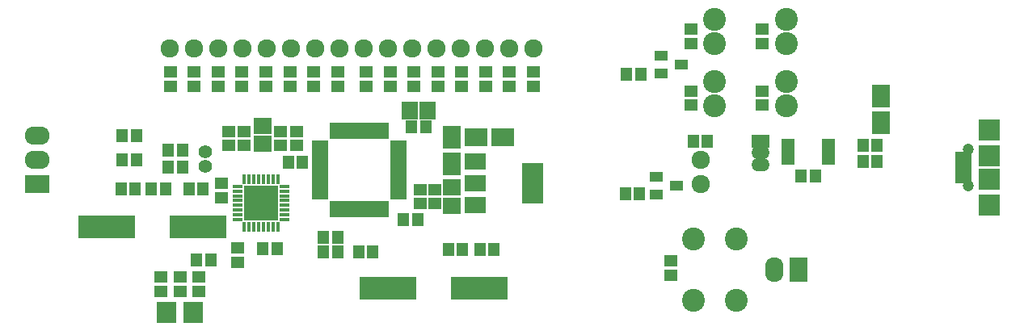
<source format=gbr>
%TF.GenerationSoftware,KiCad,Pcbnew,0.201511041201+6297~30~ubuntu15.04.1-product*%
%TF.CreationDate,2015-11-12T00:09:16+01:00*%
%TF.ProjectId,gp8-clock,6770382D636C6F636B2E6B696361645F,rev?*%
%TF.FileFunction,Soldermask,Bot*%
%FSLAX46Y46*%
G04 Gerber Fmt 4.6, Leading zero omitted, Abs format (unit mm)*
G04 Created by KiCad (PCBNEW 0.201511041201+6297~30~ubuntu15.04.1-product) date czw, 12 lis 2015, 00:09:16*
%MOMM*%
G01*
G04 APERTURE LIST*
%ADD10C,0.100000*%
%ADD11R,1.299160X1.400760*%
%ADD12R,1.898600X1.700480*%
%ADD13R,1.400760X1.299160*%
%ADD14R,1.700480X1.898600*%
%ADD15R,1.901140X2.350720*%
%ADD16R,2.350720X1.901140*%
%ADD17C,2.398980*%
%ADD18R,1.898600X1.349960*%
%ADD19O,1.898600X1.349960*%
%ADD20R,1.400760X0.999440*%
%ADD21R,2.000200X2.203400*%
%ADD22R,2.599640X1.924000*%
%ADD23O,2.599640X1.924000*%
%ADD24R,0.699720X1.700480*%
%ADD25R,1.700480X0.699720*%
%ADD26R,2.297380X2.297380*%
%ADD27R,1.748740X0.798780*%
%ADD28R,1.746200X0.798780*%
%ADD29C,1.197560*%
%ADD30R,1.400000X0.650000*%
%ADD31R,2.200860X1.700480*%
%ADD32R,2.200860X4.199840*%
%ADD33R,0.416560X0.985520*%
%ADD34R,0.985520X0.416560*%
%ADD35R,1.861820X1.861820*%
%ADD36R,5.899100X2.398980*%
%ADD37C,1.924000*%
%ADD38C,1.400760*%
%ADD39R,1.924000X2.599640*%
%ADD40O,1.924000X2.599640*%
G04 APERTURE END LIST*
D10*
D11*
X114289840Y-99187000D03*
X112786160Y-99187000D03*
X133868160Y-111379000D03*
X135371840Y-111379000D03*
X139054840Y-111379000D03*
X137551160Y-111379000D03*
X150251160Y-111125000D03*
X151754840Y-111125000D03*
X133868160Y-109855000D03*
X135371840Y-109855000D03*
D12*
X127508000Y-98107500D03*
X127508000Y-100012500D03*
D13*
X129413000Y-98689160D03*
X129413000Y-100192840D03*
X131064000Y-98689160D03*
X131064000Y-100192840D03*
X144018000Y-106288840D03*
X144018000Y-104785160D03*
X145542000Y-106288840D03*
X145542000Y-104785160D03*
D12*
X147320000Y-106489500D03*
X147320000Y-104584500D03*
D13*
X170307000Y-112278160D03*
X170307000Y-113781840D03*
D11*
X143102160Y-98211000D03*
X144605840Y-98211000D03*
D14*
X142901500Y-96520000D03*
X144806500Y-96520000D03*
D15*
X192278000Y-95018860D03*
X192278000Y-97767140D03*
D16*
X152631140Y-99314000D03*
X149882860Y-99314000D03*
D15*
X147320000Y-99336860D03*
X147320000Y-102085140D03*
D11*
X119115840Y-102489000D03*
X117612160Y-102489000D03*
X119115840Y-100711000D03*
X117612160Y-100711000D03*
D13*
X123952000Y-100192840D03*
X123952000Y-98689160D03*
X125603000Y-100192840D03*
X125603000Y-98689160D03*
D11*
X143753840Y-107950000D03*
X142250160Y-107950000D03*
X121274840Y-104775000D03*
X119771160Y-104775000D03*
X112659160Y-104775000D03*
X114162840Y-104775000D03*
X117337840Y-104775000D03*
X115834160Y-104775000D03*
X130185160Y-101981000D03*
X131688840Y-101981000D03*
X129021840Y-110998000D03*
X127518160Y-110998000D03*
D13*
X118854000Y-115462840D03*
X118854000Y-113959160D03*
X116854000Y-113959160D03*
X116854000Y-115462840D03*
D17*
X174854000Y-93441000D03*
X174854000Y-95981000D03*
X182354000Y-93441000D03*
X182354000Y-95981000D03*
X174854000Y-86941000D03*
X174854000Y-89481000D03*
X182354000Y-86941000D03*
X182354000Y-89481000D03*
D11*
X120602160Y-112211000D03*
X122105840Y-112211000D03*
D13*
X120854000Y-113959160D03*
X120854000Y-115462840D03*
X124854000Y-110959160D03*
X124854000Y-112462840D03*
D18*
X179705000Y-99715320D03*
D19*
X179705000Y-100965000D03*
X179705000Y-102214680D03*
D20*
X168742360Y-105346500D03*
X170855640Y-104394000D03*
X168742360Y-103441500D03*
X169297360Y-92663500D03*
X171410640Y-91711000D03*
X169297360Y-90758500D03*
D13*
X117854000Y-93962840D03*
X117854000Y-92459160D03*
X120354000Y-93962840D03*
X120354000Y-92459160D03*
D11*
X165491160Y-105283000D03*
X166994840Y-105283000D03*
D13*
X122854000Y-93962840D03*
X122854000Y-92459160D03*
X125354000Y-93962840D03*
X125354000Y-92459160D03*
X127854000Y-93962840D03*
X127854000Y-92459160D03*
X130354000Y-93962840D03*
X130354000Y-92459160D03*
X132854000Y-93962840D03*
X132854000Y-92459160D03*
D11*
X174105840Y-99711000D03*
X172602160Y-99711000D03*
D13*
X135354000Y-93962840D03*
X135354000Y-92459160D03*
X138354000Y-93962840D03*
X138354000Y-92459160D03*
X140854000Y-93962840D03*
X140854000Y-92459160D03*
D11*
X114289840Y-101727000D03*
X112786160Y-101727000D03*
D13*
X143354000Y-93962840D03*
X143354000Y-92459160D03*
X145854000Y-93962840D03*
X145854000Y-92459160D03*
X148354000Y-93962840D03*
X148354000Y-92459160D03*
X150854000Y-93962840D03*
X150854000Y-92459160D03*
X153354000Y-93962840D03*
X153354000Y-92459160D03*
X155854000Y-93962840D03*
X155854000Y-92459160D03*
D11*
X165602160Y-92711000D03*
X167105840Y-92711000D03*
D13*
X172354000Y-95962840D03*
X172354000Y-94459160D03*
D11*
X146949160Y-111125000D03*
X148452840Y-111125000D03*
X191886840Y-100203000D03*
X190383160Y-100203000D03*
X191886840Y-101854000D03*
X190383160Y-101854000D03*
D13*
X179854000Y-94459160D03*
X179854000Y-95962840D03*
X172354000Y-87959160D03*
X172354000Y-89462840D03*
X179854000Y-87959160D03*
X179854000Y-89462840D03*
D11*
X183906160Y-103378000D03*
X185409840Y-103378000D03*
D13*
X123190000Y-104150160D03*
X123190000Y-105653840D03*
D21*
X120251000Y-117711000D03*
X117457000Y-117711000D03*
D17*
X172603560Y-109959800D03*
X177104440Y-116462200D03*
X177104440Y-109959800D03*
X172603560Y-116462200D03*
D22*
X103854000Y-104251000D03*
D23*
X103854000Y-101711000D03*
X103854000Y-99171000D03*
D24*
X138917680Y-106842560D03*
X138417300Y-106842560D03*
X137916920Y-106842560D03*
X137419080Y-106842560D03*
X136918700Y-106842560D03*
X140418820Y-106842560D03*
X139918440Y-106842560D03*
X139418060Y-106842560D03*
D25*
X133568440Y-105493820D03*
X133568440Y-104993440D03*
X133568440Y-104493060D03*
X133568440Y-103992680D03*
X133568440Y-103492300D03*
X133568440Y-102991920D03*
X133568440Y-102494080D03*
X133568440Y-101993700D03*
D24*
X134917180Y-98643440D03*
X135417560Y-98643440D03*
X135917940Y-98643440D03*
X136418320Y-98643440D03*
X136918700Y-98643440D03*
X137419080Y-98643440D03*
X137916920Y-98643440D03*
X138417300Y-98643440D03*
D25*
X141767560Y-99992180D03*
X141767560Y-100492560D03*
X141767560Y-100992940D03*
X141767560Y-101493320D03*
X141767560Y-101993700D03*
X141767560Y-102494080D03*
X141767560Y-102991920D03*
X141767560Y-103492300D03*
D24*
X136418320Y-106842560D03*
X135917940Y-106842560D03*
X135417560Y-106842560D03*
X134917180Y-106842560D03*
D25*
X133568440Y-101493320D03*
X133568440Y-100992940D03*
X133568440Y-100492560D03*
X133568440Y-99992180D03*
D24*
X138917680Y-98643440D03*
X139418060Y-98643440D03*
X139918440Y-98643440D03*
X140418820Y-98643440D03*
D25*
X141767560Y-103992680D03*
X141767560Y-104493060D03*
X141767560Y-104993440D03*
X141767560Y-105493820D03*
D26*
X203600000Y-101301120D03*
X203600000Y-103698880D03*
X203600000Y-106449700D03*
X203600000Y-98550300D03*
D27*
X200925380Y-101199520D03*
D28*
X200925380Y-101852300D03*
X200925380Y-102500000D03*
X200925380Y-103147700D03*
X200925380Y-103800480D03*
D29*
X201453700Y-104397380D03*
X201451160Y-100600080D03*
D30*
X186771100Y-99838000D03*
X186771100Y-100338000D03*
X186771100Y-100838000D03*
X186771100Y-101338000D03*
X186771100Y-101838000D03*
X182544900Y-101838000D03*
X182544900Y-101338000D03*
X182544900Y-100838000D03*
X182544900Y-100338000D03*
X182544900Y-99838000D03*
D31*
X149781260Y-106441240D03*
X149781260Y-104140000D03*
X149781260Y-101838760D03*
D32*
X155780740Y-104140000D03*
D33*
X126104320Y-103737040D03*
X126604700Y-103737040D03*
X127105080Y-103737040D03*
X127602920Y-103737040D03*
X129101520Y-103737040D03*
D34*
X129827960Y-104463480D03*
X129827960Y-104961320D03*
X129827960Y-105461700D03*
X129827960Y-105962080D03*
X129827960Y-106459920D03*
X129827960Y-106960300D03*
D33*
X125606480Y-103737040D03*
D35*
X128215060Y-105349940D03*
X126492940Y-105349940D03*
X126492940Y-107072060D03*
X128215060Y-107072060D03*
D34*
X129827960Y-107460680D03*
X129827960Y-107958520D03*
D33*
X129101520Y-108684960D03*
X128603680Y-108684960D03*
X128103300Y-108684960D03*
X127602920Y-108684960D03*
X127105080Y-108684960D03*
X126604700Y-108684960D03*
X126104320Y-108684960D03*
X125606480Y-108684960D03*
D34*
X124880040Y-107958520D03*
X124880040Y-107460680D03*
X124880040Y-106960300D03*
X124880040Y-106459920D03*
D33*
X128103300Y-103737040D03*
X128603680Y-103737040D03*
D34*
X124880040Y-105962080D03*
X124880040Y-105461700D03*
X124880040Y-104961320D03*
X124880040Y-104463480D03*
D36*
X140665200Y-115189000D03*
X150164800Y-115189000D03*
D37*
X155904000Y-90011000D03*
X153364000Y-90011000D03*
X150824000Y-90011000D03*
X148284000Y-90011000D03*
X145744000Y-90011000D03*
X143204000Y-90011000D03*
X140664000Y-90011000D03*
X138124000Y-90011000D03*
X135584000Y-90011000D03*
X133044000Y-90011000D03*
X130504000Y-90011000D03*
X127964000Y-90011000D03*
X125424000Y-90011000D03*
X122884000Y-90011000D03*
X120344000Y-90011000D03*
X117804000Y-90011000D03*
X173414000Y-101711000D03*
X173414000Y-104251000D03*
D38*
X121539000Y-102349300D03*
X121539000Y-100850700D03*
D36*
X120700800Y-108712000D03*
X111201200Y-108712000D03*
D39*
X183624000Y-113211000D03*
D40*
X181084000Y-113211000D03*
M02*

</source>
